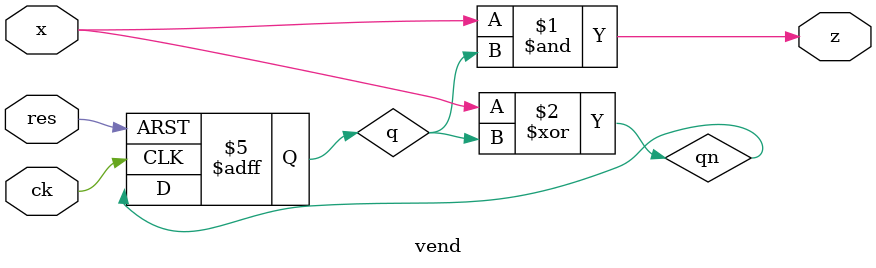
<source format=v>
module vend( ck, res, x, z );
    input ck, res;
    input x;
    output z;
    reg q;
    wire qn;

    assign z = x & q;
    assign qn = x ^ q;

    always @( posedge ck or posedge res)
        begin
            if( res == 1'b1 )
                q <= 1'b0;
            else
                q <= qn;
    end
    
endmodule

</source>
